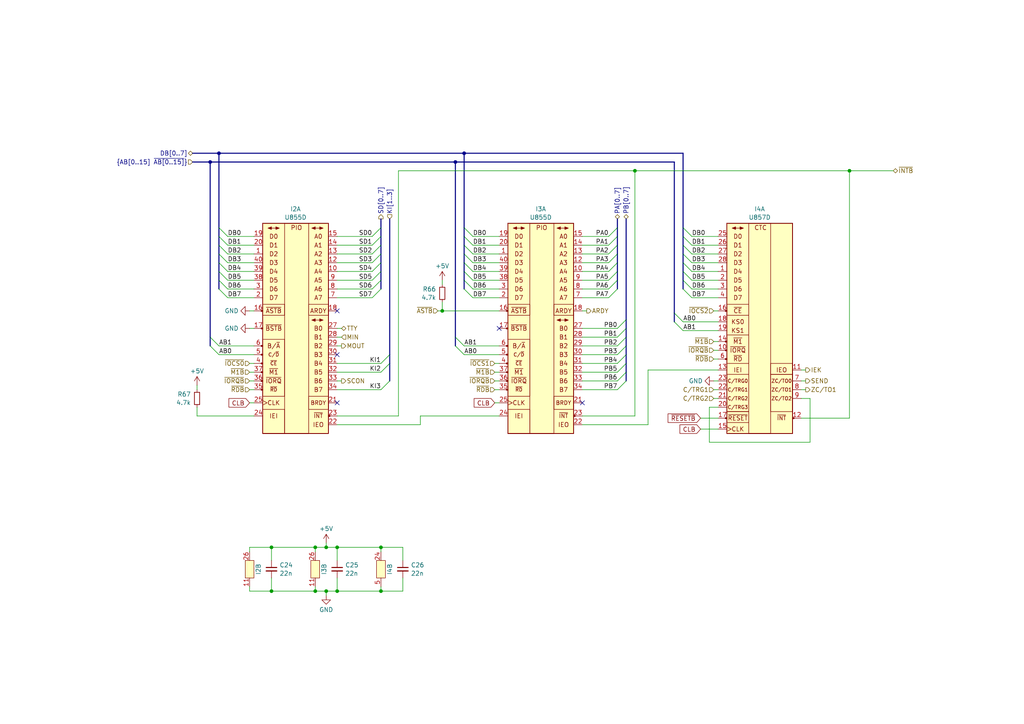
<source format=kicad_sch>
(kicad_sch (version 20230121) (generator eeschema)
  (paper "A4")
  (title_block (title "Ein-/Ausgabe (PIO, CTC)"))
  (lib_symbols
    (symbol "Device:C_Small" (pin_numbers hide) (pin_names (offset 0.254) hide)
      (property "Reference" "C" (at 0.254 1.778 0))
      (property "Value" "C_Small" (at 0.254 -2.032 0))
      (symbol "C_Small_0_1"
        (polyline (pts (xy -1.524 -0.508) (xy 1.524 -0.508)) (stroke (width 0.3302)))
        (polyline (pts (xy -1.524 0.508) (xy 1.524 0.508)) (stroke (width 0.3048)))
      )
      (symbol "C_Small_1_1"
        (pin passive line (at 0 2.54 270) (length 2.032) (name "~") (number "1"))
        (pin passive line (at 0 -2.54 90) (length 2.032) (name "~") (number "2"))
      )
    )
    (symbol "Device:R_Small" (pin_numbers hide) (pin_names (offset 0.254) hide)
      (property "Reference" "R" (at 0.762 0.508 0))
      (property "Value" "R_Small" (at 0.762 -1.016 0))
      (symbol "R_Small_0_1"
        (rectangle (start -0.762 1.778) (end 0.762 -1.778) (stroke (width 0.2032)))
      )
      (symbol "R_Small_1_1"
        (pin passive line (at 0 2.54 270) (length 0.762) (name "~") (number "1"))
        (pin passive line (at 0 -2.54 90) (length 0.762) (name "~") (number "2"))
      )
    )
    (symbol "RFT_Digitalschaltkreise:U855D" (pin_names (offset 1.016) hide)
      (property "Reference" "U" (at 0 31.75 0))
      (property "Value" "U855D" (at 0 -31.75 0))
      (symbol "U855D_1_1"
        (circle (center -9.1948 -17.78) (radius 0.2032) (fill (type outline)))
        (circle (center -9.1948 -15.24) (radius 0.2032) (fill (type outline)))
        (circle (center -9.1948 -12.7) (radius 0.2032) (fill (type outline)))
        (circle (center -9.1948 -10.16) (radius 0.2032) (fill (type outline)))
        (circle (center -9.1948 -7.62) (radius 0.2032) (fill (type outline)))
        (circle (center -9.1948 -5.08) (radius 0.2032) (fill (type outline)))
        (circle (center -9.1948 0) (radius 0.2032) (fill (type outline)))
        (circle (center -9.1948 5.08) (radius 0.2032) (fill (type outline)))
        (rectangle (start -8.89 -23.495) (end -2.54 -30.48))
        (rectangle (start -8.89 -3.175) (end -2.54 -19.685))
        (rectangle (start -8.89 6.985) (end -2.54 3.81))
        (rectangle (start -8.89 30.48) (end 10.16 -30.48) (stroke (width 0.254)) (fill (type background)))
        (polyline (pts (xy -6.35 29.083) (xy -5.08 29.083)))
        (polyline (pts (xy 6.35 2.413) (xy 7.62 2.413)))
        (polyline (pts (xy 6.35 29.083) (xy 7.62 29.083)))
        (polyline (pts (xy -6.35 29.464) (xy -7.366 29.083) (xy -6.35 28.702) (xy -6.35 29.464)) (fill (type outline)))
        (polyline (pts (xy -5.08 29.464) (xy -4.064 29.083) (xy -5.08 28.702) (xy -5.08 29.464)) (fill (type outline)))
        (polyline (pts (xy 6.35 2.794) (xy 5.334 2.413) (xy 6.35 2.032) (xy 6.35 2.794)) (fill (type outline)))
        (polyline (pts (xy 6.35 29.464) (xy 5.334 29.083) (xy 6.35 28.702) (xy 6.35 29.464)) (fill (type outline)))
        (polyline (pts (xy 7.62 2.794) (xy 8.636 2.413) (xy 7.62 2.032) (xy 7.62 2.794)) (fill (type outline)))
        (polyline (pts (xy 7.62 29.464) (xy 8.636 29.083) (xy 7.62 28.702) (xy 7.62 29.464)) (fill (type outline)))
        (rectangle (start 4.445 -19.685) (end 10.16 -23.495))
        (rectangle (start 4.445 6.985) (end 10.16 3.81))
        (rectangle (start 4.445 30.48) (end -2.54 -30.48))
        (circle (center 10.4648 -25.4) (radius 0.2032) (fill (type outline)))
        (text "A0" (at 7.239 26.67 0) (effects (font (size 1.27 1.27))))
        (text "A1" (at 7.239 24.13 0) (effects (font (size 1.27 1.27))))
        (text "A2" (at 7.239 21.59 0) (effects (font (size 1.27 1.27))))
        (text "A3" (at 7.239 19.05 0) (effects (font (size 1.27 1.27))))
        (text "A4" (at 7.239 16.51 0) (effects (font (size 1.27 1.27))))
        (text "A5" (at 7.239 13.97 0) (effects (font (size 1.27 1.27))))
        (text "A6" (at 7.239 11.43 0) (effects (font (size 1.27 1.27))))
        (text "A7" (at 7.239 8.89 0) (effects (font (size 1.27 1.27))))
        (text "ARDY" (at 7.239 5.08 0) (effects (font (size 1.27 1.27))))
        (text "B/~{A}" (at -5.715 -5.08 0) (effects (font (size 1.27 1.27))))
        (text "B0" (at 7.239 0 0) (effects (font (size 1.27 1.27))))
        (text "B1" (at 7.239 -2.54 0) (effects (font (size 1.27 1.27))))
        (text "B2" (at 7.239 -5.08 0) (effects (font (size 1.27 1.27))))
        (text "B3" (at 7.239 -7.62 0) (effects (font (size 1.27 1.27))))
        (text "B4" (at 7.239 -10.16 0) (effects (font (size 1.27 1.27))))
        (text "B5" (at 7.239 -12.7 0) (effects (font (size 1.27 1.27))))
        (text "B6" (at 7.239 -15.24 0) (effects (font (size 1.27 1.27))))
        (text "B7" (at 7.239 -17.78 0) (effects (font (size 1.27 1.27))))
        (text "BRDY" (at 7.239 -21.59 0) (effects (font (size 1.143 1.143))))
        (text "C/~{D}" (at -5.715 -7.62 0) (effects (font (size 1.016 1.016))))
        (text "CLK" (at -5.715 -21.59 0) (effects (font (size 1.27 1.27))))
        (text "D0" (at -5.715 26.67 0) (effects (font (size 1.27 1.27))))
        (text "D1" (at -5.715 24.13 0) (effects (font (size 1.27 1.27))))
        (text "D2" (at -5.715 21.59 0) (effects (font (size 1.27 1.27))))
        (text "D3" (at -5.715 19.05 0) (effects (font (size 1.27 1.27))))
        (text "D4" (at -5.715 16.51 0) (effects (font (size 1.27 1.27))))
        (text "D5" (at -5.715 13.97 0) (effects (font (size 1.27 1.27))))
        (text "D6" (at -5.715 11.43 0) (effects (font (size 1.27 1.27))))
        (text "D7" (at -5.715 8.89 0) (effects (font (size 1.27 1.27))))
        (text "IEI" (at -5.715 -25.4 0) (effects (font (size 1.27 1.27))))
        (text "IEO" (at 7.239 -27.94 0) (effects (font (size 1.27 1.27))))
        (text "PIO" (at 0.889 29.21 0) (effects (font (size 1.27 1.27))))
        (text "~{ASTB}" (at -5.715 5.08 0) (effects (font (size 1.27 1.27))))
        (text "~{BSTB}" (at -5.715 0 0) (effects (font (size 1.27 1.27))))
        (text "~{CE}" (at -5.715 -10.16 0) (effects (font (size 1.016 1.016))))
        (text "~{INT}" (at 7.239 -25.4 0) (effects (font (size 1.143 1.143))))
        (text "~{IORQ}" (at -5.715 -15.24 0) (effects (font (size 1.27 1.27))))
        (text "~{M1}" (at -5.715 -12.7 0) (effects (font (size 1.27 1.27))))
        (text "~{RD}" (at -5.715 -17.78 0) (effects (font (size 1.016 1.016))))
        (pin bidirectional line (at -11.43 21.59 0) (length 2.54) (name "D2") (number "1"))
        (pin bidirectional line (at 12.7 16.51 180) (length 2.54) (name "A4") (number "10"))
        (pin bidirectional line (at 12.7 19.05 180) (length 2.54) (name "A3") (number "12"))
        (pin bidirectional line (at 12.7 21.59 180) (length 2.54) (name "A2") (number "13"))
        (pin bidirectional line (at 12.7 24.13 180) (length 2.54) (name "A1") (number "14"))
        (pin bidirectional line (at 12.7 26.67 180) (length 2.54) (name "A0") (number "15"))
        (pin input line (at -11.43 5.08 0) (length 2.54) (name "~{ASTB}") (number "16"))
        (pin input line (at -11.43 0 0) (length 2.54) (name "~{BSTB}") (number "17"))
        (pin output line (at 12.7 5.08 180) (length 2.54) (name "ARDY") (number "18"))
        (pin bidirectional line (at -11.43 26.67 0) (length 2.54) (name "D0") (number "19"))
        (pin bidirectional line (at -11.43 8.89 0) (length 2.54) (name "D7") (number "2"))
        (pin bidirectional line (at -11.43 24.13 0) (length 2.54) (name "D1") (number "20"))
        (pin output line (at 12.7 -21.59 180) (length 2.54) (name "BRDY") (number "21"))
        (pin output line (at 12.7 -27.94 180) (length 2.54) (name "IEO") (number "22"))
        (pin open_collector line (at 12.7 -25.4 180) (length 2.54) (name "~{INT}") (number "23"))
        (pin input line (at -11.43 -25.4 0) (length 2.54) (name "IEI") (number "24"))
        (pin input clock (at -11.43 -21.59 0) (length 2.54) (name "CLK") (number "25"))
        (pin bidirectional line (at 12.7 0 180) (length 2.54) (name "B0") (number "27"))
        (pin bidirectional line (at 12.7 -2.54 180) (length 2.54) (name "B1") (number "28"))
        (pin bidirectional line (at 12.7 -5.08 180) (length 2.54) (name "B2") (number "29"))
        (pin bidirectional line (at -11.43 11.43 0) (length 2.54) (name "D6") (number "3"))
        (pin bidirectional line (at 12.7 -7.62 180) (length 2.54) (name "B3") (number "30"))
        (pin bidirectional line (at 12.7 -10.16 180) (length 2.54) (name "B4") (number "31"))
        (pin bidirectional line (at 12.7 -12.7 180) (length 2.54) (name "B5") (number "32"))
        (pin bidirectional line (at 12.7 -15.24 180) (length 2.54) (name "B6") (number "33"))
        (pin bidirectional line (at 12.7 -17.78 180) (length 2.54) (name "B7") (number "34"))
        (pin input line (at -11.43 -17.78 0) (length 2.54) (name "~{RD}") (number "35"))
        (pin input line (at -11.43 -15.24 0) (length 2.54) (name "~{IORQ}") (number "36"))
        (pin input line (at -11.43 -12.7 0) (length 2.54) (name "~{M1}") (number "37"))
        (pin bidirectional line (at -11.43 13.97 0) (length 2.54) (name "D5") (number "38"))
        (pin bidirectional line (at -11.43 16.51 0) (length 2.54) (name "D4") (number "39"))
        (pin input line (at -11.43 -10.16 0) (length 2.54) (name "~{CE}") (number "4"))
        (pin bidirectional line (at -11.43 19.05 0) (length 2.54) (name "D3") (number "40"))
        (pin input line (at -11.43 -7.62 0) (length 2.54) (name "C/~{D}") (number "5"))
        (pin input line (at -11.43 -5.08 0) (length 2.54) (name "B/~{A}") (number "6"))
        (pin bidirectional line (at 12.7 8.89 180) (length 2.54) (name "A7") (number "7"))
        (pin bidirectional line (at 12.7 11.43 180) (length 2.54) (name "A6") (number "8"))
        (pin bidirectional line (at 12.7 13.97 180) (length 2.54) (name "A5") (number "9"))
      )
      (symbol "U855D_2_1"
        (rectangle (start -1.27 2.54) (end 1.27 -2.54) (fill (type background)))
        (pin power_in line (at 0 -5.08 90) (length 2.54) (name "GND") (number "11"))
        (pin power_in line (at 0 5.08 270) (length 2.54) (name "Vcc") (number "26"))
      )
    )
    (symbol "RFT_Digitalschaltkreise:U857D" (pin_names (offset 1.016) hide)
      (property "Reference" "U" (at 0 31.75 0))
      (property "Value" "U857D" (at 0 -31.75 0))
      (symbol "U857D_1_1"
        (circle (center -9.1948 -26.035) (radius 0.2032) (fill (type outline)))
        (circle (center -9.1948 -8.89) (radius 0.2032) (fill (type outline)))
        (circle (center -9.1948 -6.35) (radius 0.2032) (fill (type outline)))
        (circle (center -9.1948 -3.81) (radius 0.2032) (fill (type outline)))
        (circle (center -9.1948 5.08) (radius 0.2032) (fill (type outline)))
        (rectangle (start -8.89 -24.13) (end -2.54 -27.305))
        (rectangle (start -8.89 -13.335) (end -2.54 -24.13))
        (rectangle (start -8.89 -1.905) (end -2.54 -10.16))
        (rectangle (start -8.89 6.985) (end -2.54 3.81))
        (rectangle (start -8.89 30.48) (end 10.16 -30.48) (stroke (width 0.254)) (fill (type background)))
        (rectangle (start -2.54 30.48) (end 3.81 -30.48))
        (polyline (pts (xy -6.35 29.083) (xy -5.08 29.083)))
        (polyline (pts (xy -6.35 29.464) (xy -7.366 29.083) (xy -6.35 28.702) (xy -6.35 29.464)) (fill (type outline)))
        (polyline (pts (xy -5.08 29.464) (xy -4.064 29.083) (xy -5.08 28.702) (xy -5.08 29.464)) (fill (type outline)))
        (rectangle (start 3.81 -13.335) (end 10.16 -24.13))
        (rectangle (start 3.81 -10.16) (end 10.16 -13.335))
        (circle (center 10.4648 -26.035) (radius 0.2032) (fill (type outline)))
        (text "C/TRG0" (at -5.715 -15.24 0) (effects (font (size 1.016 1.016))))
        (text "C/TRG1" (at -5.715 -17.78 0) (effects (font (size 1.016 1.016))))
        (text "C/TRG2" (at -5.715 -20.32 0) (effects (font (size 1.016 1.016))))
        (text "C/TRG3" (at -5.715 -22.86 0) (effects (font (size 1.016 1.016))))
        (text "CLK" (at -5.715 -29.21 0) (effects (font (size 1.27 1.27))))
        (text "CTC" (at 0.889 29.21 0) (effects (font (size 1.27 1.27))))
        (text "D0" (at -5.715 26.67 0) (effects (font (size 1.27 1.27))))
        (text "D1" (at -5.715 24.13 0) (effects (font (size 1.27 1.27))))
        (text "D2" (at -5.715 21.59 0) (effects (font (size 1.27 1.27))))
        (text "D3" (at -5.715 19.05 0) (effects (font (size 1.27 1.27))))
        (text "D4" (at -5.715 16.51 0) (effects (font (size 1.27 1.27))))
        (text "D5" (at -5.715 13.97 0) (effects (font (size 1.27 1.27))))
        (text "D6" (at -5.715 11.43 0) (effects (font (size 1.27 1.27))))
        (text "D7" (at -5.715 8.89 0) (effects (font (size 1.27 1.27))))
        (text "IEI" (at -5.715 -12.065 0) (effects (font (size 1.27 1.27))))
        (text "IEO" (at 6.985 -12.065 0) (effects (font (size 1.27 1.27))))
        (text "KS0" (at -5.715 1.905 0) (effects (font (size 1.27 1.27))))
        (text "KS1" (at -5.715 -0.635 0) (effects (font (size 1.27 1.27))))
        (text "ZC/TO0" (at 6.985 -15.24 0) (effects (font (size 1.016 1.016))))
        (text "ZC/TO1" (at 6.985 -17.78 0) (effects (font (size 1.016 1.016))))
        (text "ZC/TO2" (at 6.985 -20.32 0) (effects (font (size 1.016 1.016))))
        (text "~{CE}" (at -5.715 5.08 0) (effects (font (size 1.27 1.27))))
        (text "~{INT}" (at 6.985 -26.035 0) (effects (font (size 1.143 1.143))))
        (text "~{IORQ}" (at -5.715 -6.35 0) (effects (font (size 1.27 1.27))))
        (text "~{M1}" (at -5.715 -3.81 0) (effects (font (size 1.27 1.27))))
        (text "~{RD}" (at -5.715 -8.89 0) (effects (font (size 1.27 1.27))))
        (text "~{RESET}" (at -5.715 -26.035 0) (effects (font (size 1.27 1.27))))
        (pin bidirectional line (at -11.43 16.51 0) (length 2.54) (name "D4") (number "1"))
        (pin input line (at -11.43 -6.35 0) (length 2.54) (name "~{CE}") (number "10"))
        (pin output line (at 12.7 -12.065 180) (length 2.54) (name "IEO") (number "11"))
        (pin open_collector line (at 12.7 -26.035 180) (length 2.54) (name "~{INT}") (number "12"))
        (pin input line (at -11.43 -12.065 0) (length 2.54) (name "IEI") (number "13"))
        (pin input line (at -11.43 -3.81 0) (length 2.54) (name "C/~{D}") (number "14"))
        (pin input clock (at -11.43 -29.21 0) (length 2.54) (name "CLK") (number "15"))
        (pin input line (at -11.43 5.08 0) (length 2.54) (name "~{ASTB}") (number "16"))
        (pin input line (at -11.43 -26.035 0) (length 2.54) (name "IEI") (number "17"))
        (pin input line (at -11.43 1.905 0) (length 2.54) (name "~{BSTB}") (number "18"))
        (pin input line (at -11.43 -0.635 0) (length 2.54) (name "B/~{A}") (number "19"))
        (pin bidirectional line (at -11.43 13.97 0) (length 2.54) (name "D5") (number "2"))
        (pin input line (at -11.43 -22.86 0) (length 2.54) (name "~{RD}") (number "20"))
        (pin input line (at -11.43 -20.32 0) (length 2.54) (name "~{IORQ}") (number "21"))
        (pin input line (at -11.43 -17.78 0) (length 2.54) (name "~{RD}") (number "22"))
        (pin input line (at -11.43 -15.24 0) (length 2.54) (name "~{IORQ}") (number "23"))
        (pin bidirectional line (at -11.43 26.67 0) (length 2.54) (name "D0") (number "25"))
        (pin bidirectional line (at -11.43 24.13 0) (length 2.54) (name "D1") (number "26"))
        (pin bidirectional line (at -11.43 21.59 0) (length 2.54) (name "D2") (number "27"))
        (pin bidirectional line (at -11.43 19.05 0) (length 2.54) (name "D3") (number "28"))
        (pin bidirectional line (at -11.43 11.43 0) (length 2.54) (name "D6") (number "3"))
        (pin bidirectional line (at -11.43 8.89 0) (length 2.54) (name "D7") (number "4"))
        (pin input line (at -11.43 -8.89 0) (length 2.54) (name "~{M1}") (number "6"))
        (pin output line (at 12.7 -15.24 180) (length 2.54) (name "B4") (number "7"))
        (pin output line (at 12.7 -17.78 180) (length 2.54) (name "B5") (number "8"))
        (pin output line (at 12.7 -20.32 180) (length 2.54) (name "B6") (number "9"))
      )
      (symbol "U857D_2_1"
        (rectangle (start -1.27 2.54) (end 1.27 -2.54) (fill (type background)))
        (pin power_in line (at 0 5.08 270) (length 2.54) (name "Vcc") (number "24"))
        (pin power_in line (at 0 -5.08 90) (length 2.54) (name "GND") (number "5"))
      )
    )
    (symbol "power:+5V" (power) (pin_names (offset 0))
      (property "Value" "+5V" (at 0 3.556 0))
      (symbol "+5V_0_1"
        (polyline (pts (xy -0.762 1.27) (xy 0 2.54)))
        (polyline (pts (xy 0 0) (xy 0 2.54)))
        (polyline (pts (xy 0 2.54) (xy 0.762 1.27)))
      )
      (symbol "+5V_1_1"
        (pin power_in line (at 0 0 90) (length 0) hide (name "+5V") (number "1"))
      )
    )
    (symbol "power:GND" (power) (pin_names (offset 0))
      (property "Value" "GND" (at 0 -3.81 0))
      (symbol "GND_0_1"
        (polyline (pts (xy 0 0) (xy 0 -1.27) (xy 1.27 -1.27) (xy 0 -2.54) (xy -1.27 -1.27) (xy 0 -1.27)))
      )
      (symbol "GND_1_1"
        (pin power_in line (at 0 0 270) (length 0) hide (name "GND") (number "1"))
      )
    )
  )
  (junction (at 97.79 171.45))
  (junction (at 94.615 171.45))
  (junction (at 63.5 44.45))
  (junction (at 91.44 158.75))
  (junction (at 134.62 44.45))
  (junction (at 246.38 49.53))
  (junction (at 78.74 171.45))
  (junction (at 91.44 171.45))
  (junction (at 184.15 49.53))
  (junction (at 132.08 46.99))
  (junction (at 110.49 158.75))
  (junction (at 78.74 158.75))
  (junction (at 128.27 90.17))
  (junction (at 60.96 46.99))
  (junction (at 94.615 158.75))
  (junction (at 97.79 158.75))
  (junction (at 110.49 171.45))
  (no_connect (at 97.79 90.17))
  (no_connect (at 97.79 102.87))
  (no_connect (at 168.91 116.84))
  (no_connect (at 144.78 95.25))
  (no_connect (at 97.79 116.84))
  (bus_entry (at 179.07 71.12) (size -2.54 2.54))
  (bus_entry (at 195.58 93.345) (size 2.54 2.54))
  (bus_entry (at 198.12 78.74) (size 2.54 2.54))
  (bus_entry (at 134.62 71.12) (size 2.54 2.54))
  (bus_entry (at 63.5 71.12) (size 2.54 2.54))
  (bus_entry (at 110.49 83.82) (size -2.54 2.54))
  (bus_entry (at 63.5 73.66) (size 2.54 2.54))
  (bus_entry (at 181.61 110.49) (size -2.54 2.54))
  (bus_entry (at 198.12 81.28) (size 2.54 2.54))
  (bus_entry (at 60.96 97.79) (size 2.54 2.54))
  (bus_entry (at 110.49 78.74) (size -2.54 2.54))
  (bus_entry (at 195.58 90.805) (size 2.54 2.54))
  (bus_entry (at 179.07 66.04) (size -2.54 2.54))
  (bus_entry (at 181.61 92.71) (size -2.54 2.54))
  (bus_entry (at 110.49 76.2) (size -2.54 2.54))
  (bus_entry (at 179.07 78.74) (size -2.54 2.54))
  (bus_entry (at 110.49 68.58) (size -2.54 2.54))
  (bus_entry (at 181.61 95.25) (size -2.54 2.54))
  (bus_entry (at 63.5 76.2) (size 2.54 2.54))
  (bus_entry (at 113.03 102.87) (size -2.54 2.54))
  (bus_entry (at 113.03 110.49) (size -2.54 2.54))
  (bus_entry (at 60.96 100.33) (size 2.54 2.54))
  (bus_entry (at 63.5 68.58) (size 2.54 2.54))
  (bus_entry (at 132.08 100.33) (size 2.54 2.54))
  (bus_entry (at 181.61 105.41) (size -2.54 2.54))
  (bus_entry (at 110.49 81.28) (size -2.54 2.54))
  (bus_entry (at 198.12 76.2) (size 2.54 2.54))
  (bus_entry (at 179.07 83.82) (size -2.54 2.54))
  (bus_entry (at 198.12 68.58) (size 2.54 2.54))
  (bus_entry (at 198.12 66.04) (size 2.54 2.54))
  (bus_entry (at 63.5 81.28) (size 2.54 2.54))
  (bus_entry (at 134.62 68.58) (size 2.54 2.54))
  (bus_entry (at 198.12 73.66) (size 2.54 2.54))
  (bus_entry (at 134.62 81.28) (size 2.54 2.54))
  (bus_entry (at 198.12 71.12) (size 2.54 2.54))
  (bus_entry (at 132.08 97.79) (size 2.54 2.54))
  (bus_entry (at 63.5 78.74) (size 2.54 2.54))
  (bus_entry (at 110.49 66.04) (size -2.54 2.54))
  (bus_entry (at 63.5 83.82) (size 2.54 2.54))
  (bus_entry (at 181.61 100.33) (size -2.54 2.54))
  (bus_entry (at 134.62 78.74) (size 2.54 2.54))
  (bus_entry (at 181.61 97.79) (size -2.54 2.54))
  (bus_entry (at 134.62 73.66) (size 2.54 2.54))
  (bus_entry (at 181.61 102.87) (size -2.54 2.54))
  (bus_entry (at 110.49 73.66) (size -2.54 2.54))
  (bus_entry (at 110.49 71.12) (size -2.54 2.54))
  (bus_entry (at 134.62 66.04) (size 2.54 2.54))
  (bus_entry (at 113.03 105.41) (size -2.54 2.54))
  (bus_entry (at 179.07 76.2) (size -2.54 2.54))
  (bus_entry (at 134.62 76.2) (size 2.54 2.54))
  (bus_entry (at 179.07 73.66) (size -2.54 2.54))
  (bus_entry (at 198.12 83.82) (size 2.54 2.54))
  (bus_entry (at 181.61 107.95) (size -2.54 2.54))
  (bus_entry (at 179.07 81.28) (size -2.54 2.54))
  (bus_entry (at 179.07 68.58) (size -2.54 2.54))
  (bus_entry (at 63.5 66.04) (size 2.54 2.54))
  (bus_entry (at 134.62 83.82) (size 2.54 2.54))
  (wire (pts (xy 168.91 107.95) (xy 179.07 107.95)))
  (bus (pts (xy 60.96 97.79) (xy 60.96 100.33)))
  (wire (pts (xy 97.79 78.74) (xy 107.95 78.74)))
  (wire (pts (xy 168.91 68.58) (xy 176.53 68.58)))
  (wire (pts (xy 97.79 105.41) (xy 110.49 105.41)))
  (bus (pts (xy 179.07 83.82) (xy 179.07 81.28)))
  (wire (pts (xy 97.79 81.28) (xy 107.95 81.28)))
  (wire (pts (xy 232.41 113.03) (xy 233.68 113.03)))
  (wire (pts (xy 97.79 158.75) (xy 110.49 158.75)))
  (wire (pts (xy 72.39 107.95) (xy 73.66 107.95)))
  (wire (pts (xy 115.57 120.65) (xy 115.57 49.53)))
  (wire (pts (xy 97.79 76.2) (xy 107.95 76.2)))
  (wire (pts (xy 110.49 171.45) (xy 116.84 171.45)))
  (wire (pts (xy 57.15 120.65) (xy 57.15 118.11)))
  (bus (pts (xy 55.88 44.45) (xy 63.5 44.45)))
  (wire (pts (xy 97.79 100.33) (xy 99.06 100.33)))
  (wire (pts (xy 128.27 90.17) (xy 144.78 90.17)))
  (wire (pts (xy 200.66 83.82) (xy 208.28 83.82)))
  (wire (pts (xy 57.15 111.76) (xy 57.15 113.03)))
  (bus (pts (xy 110.49 81.28) (xy 110.49 78.74)))
  (wire (pts (xy 66.04 73.66) (xy 73.66 73.66)))
  (bus (pts (xy 110.49 68.58) (xy 110.49 66.04)))
  (wire (pts (xy 200.66 76.2) (xy 208.28 76.2)))
  (wire (pts (xy 97.79 71.12) (xy 107.95 71.12)))
  (wire (pts (xy 187.96 123.19) (xy 168.91 123.19)))
  (wire (pts (xy 168.91 95.25) (xy 179.07 95.25)))
  (wire (pts (xy 207.01 104.14) (xy 208.28 104.14)))
  (wire (pts (xy 207.01 115.57) (xy 208.28 115.57)))
  (wire (pts (xy 94.615 157.48) (xy 94.615 158.75)))
  (wire (pts (xy 72.39 105.41) (xy 73.66 105.41)))
  (bus (pts (xy 181.61 102.87) (xy 181.61 100.33)))
  (wire (pts (xy 72.39 158.75) (xy 78.74 158.75)))
  (bus (pts (xy 179.07 73.66) (xy 179.07 71.12)))
  (bus (pts (xy 60.96 46.99) (xy 60.96 97.79)))
  (wire (pts (xy 97.79 97.79) (xy 99.06 97.79)))
  (wire (pts (xy 97.79 171.45) (xy 110.49 171.45)))
  (wire (pts (xy 97.79 120.65) (xy 115.57 120.65)))
  (wire (pts (xy 97.79 86.36) (xy 107.95 86.36)))
  (wire (pts (xy 66.04 76.2) (xy 73.66 76.2)))
  (bus (pts (xy 110.49 71.12) (xy 110.49 68.58)))
  (wire (pts (xy 72.39 170.18) (xy 72.39 171.45)))
  (wire (pts (xy 97.79 107.95) (xy 110.49 107.95)))
  (bus (pts (xy 181.61 110.49) (xy 181.61 107.95)))
  (bus (pts (xy 63.5 81.28) (xy 63.5 83.82)))
  (wire (pts (xy 137.16 78.74) (xy 144.78 78.74)))
  (wire (pts (xy 66.04 78.74) (xy 73.66 78.74)))
  (bus (pts (xy 132.08 97.79) (xy 132.08 100.33)))
  (bus (pts (xy 110.49 66.04) (xy 110.49 63.5)))
  (wire (pts (xy 137.16 81.28) (xy 144.78 81.28)))
  (bus (pts (xy 198.12 66.04) (xy 198.12 68.58)))
  (wire (pts (xy 110.49 158.75) (xy 116.84 158.75)))
  (wire (pts (xy 97.79 123.19) (xy 121.92 123.19)))
  (wire (pts (xy 207.01 110.49) (xy 208.28 110.49)))
  (wire (pts (xy 200.66 73.66) (xy 208.28 73.66)))
  (wire (pts (xy 168.91 110.49) (xy 179.07 110.49)))
  (bus (pts (xy 110.49 73.66) (xy 110.49 71.12)))
  (bus (pts (xy 179.07 76.2) (xy 179.07 73.66)))
  (wire (pts (xy 137.16 73.66) (xy 144.78 73.66)))
  (wire (pts (xy 168.91 113.03) (xy 179.07 113.03)))
  (bus (pts (xy 181.61 92.71) (xy 181.61 63.5)))
  (wire (pts (xy 143.51 110.49) (xy 144.78 110.49)))
  (wire (pts (xy 72.39 95.25) (xy 73.66 95.25)))
  (bus (pts (xy 134.62 76.2) (xy 134.62 78.74)))
  (bus (pts (xy 63.5 44.45) (xy 134.62 44.45)))
  (bus (pts (xy 181.61 95.25) (xy 181.61 92.71)))
  (wire (pts (xy 72.39 116.84) (xy 73.66 116.84)))
  (bus (pts (xy 132.08 46.99) (xy 195.58 46.99)))
  (wire (pts (xy 184.15 120.65) (xy 184.15 49.53)))
  (wire (pts (xy 91.44 170.18) (xy 91.44 171.45)))
  (bus (pts (xy 198.12 68.58) (xy 198.12 71.12)))
  (wire (pts (xy 143.51 113.03) (xy 144.78 113.03)))
  (wire (pts (xy 143.51 116.84) (xy 144.78 116.84)))
  (wire (pts (xy 137.16 76.2) (xy 144.78 76.2)))
  (bus (pts (xy 63.5 78.74) (xy 63.5 81.28)))
  (wire (pts (xy 205.74 128.27) (xy 205.74 118.11)))
  (wire (pts (xy 207.01 101.6) (xy 208.28 101.6)))
  (wire (pts (xy 137.16 71.12) (xy 144.78 71.12)))
  (wire (pts (xy 187.96 107.315) (xy 208.28 107.315)))
  (wire (pts (xy 72.39 160.02) (xy 72.39 158.75)))
  (wire (pts (xy 200.66 78.74) (xy 208.28 78.74)))
  (wire (pts (xy 168.91 105.41) (xy 179.07 105.41)))
  (wire (pts (xy 97.79 95.25) (xy 99.06 95.25)))
  (wire (pts (xy 200.66 71.12) (xy 208.28 71.12)))
  (bus (pts (xy 55.88 46.99) (xy 60.96 46.99)))
  (wire (pts (xy 246.38 121.285) (xy 246.38 49.53)))
  (wire (pts (xy 184.15 49.53) (xy 246.38 49.53)))
  (wire (pts (xy 78.74 171.45) (xy 91.44 171.45)))
  (bus (pts (xy 63.5 71.12) (xy 63.5 73.66)))
  (bus (pts (xy 134.62 73.66) (xy 134.62 76.2)))
  (bus (pts (xy 63.5 73.66) (xy 63.5 76.2)))
  (bus (pts (xy 63.5 66.04) (xy 63.5 68.58)))
  (wire (pts (xy 127 90.17) (xy 128.27 90.17)))
  (wire (pts (xy 66.04 68.58) (xy 73.66 68.58)))
  (bus (pts (xy 134.62 44.45) (xy 198.12 44.45)))
  (bus (pts (xy 181.61 97.79) (xy 181.61 95.25)))
  (wire (pts (xy 66.04 71.12) (xy 73.66 71.12)))
  (wire (pts (xy 66.04 81.28) (xy 73.66 81.28)))
  (wire (pts (xy 168.91 73.66) (xy 176.53 73.66)))
  (wire (pts (xy 99.06 110.49) (xy 97.79 110.49)))
  (wire (pts (xy 116.84 158.75) (xy 116.84 162.56)))
  (wire (pts (xy 200.66 81.28) (xy 208.28 81.28)))
  (wire (pts (xy 203.2 121.285) (xy 208.28 121.285)))
  (wire (pts (xy 246.38 49.53) (xy 259.08 49.53)))
  (wire (pts (xy 66.04 83.82) (xy 73.66 83.82)))
  (wire (pts (xy 234.95 115.57) (xy 234.95 128.27)))
  (wire (pts (xy 143.51 107.95) (xy 144.78 107.95)))
  (wire (pts (xy 97.79 167.64) (xy 97.79 171.45)))
  (wire (pts (xy 207.01 99.06) (xy 208.28 99.06)))
  (wire (pts (xy 168.91 102.87) (xy 179.07 102.87)))
  (wire (pts (xy 128.27 81.28) (xy 128.27 82.55)))
  (wire (pts (xy 134.62 100.33) (xy 144.78 100.33)))
  (wire (pts (xy 97.79 73.66) (xy 107.95 73.66)))
  (wire (pts (xy 121.92 120.65) (xy 144.78 120.65)))
  (wire (pts (xy 73.66 120.65) (xy 57.15 120.65)))
  (wire (pts (xy 121.92 123.19) (xy 121.92 120.65)))
  (bus (pts (xy 198.12 71.12) (xy 198.12 73.66)))
  (wire (pts (xy 203.2 124.46) (xy 208.28 124.46)))
  (wire (pts (xy 168.91 86.36) (xy 176.53 86.36)))
  (bus (pts (xy 110.49 76.2) (xy 110.49 73.66)))
  (bus (pts (xy 63.5 68.58) (xy 63.5 71.12)))
  (wire (pts (xy 168.91 71.12) (xy 176.53 71.12)))
  (wire (pts (xy 234.95 128.27) (xy 205.74 128.27)))
  (wire (pts (xy 110.49 170.18) (xy 110.49 171.45)))
  (wire (pts (xy 134.62 102.87) (xy 144.78 102.87)))
  (bus (pts (xy 110.49 83.82) (xy 110.49 81.28)))
  (wire (pts (xy 78.74 167.64) (xy 78.74 171.45)))
  (wire (pts (xy 63.5 102.87) (xy 73.66 102.87)))
  (wire (pts (xy 97.79 158.75) (xy 97.79 162.56)))
  (wire (pts (xy 198.12 93.345) (xy 208.28 93.345)))
  (wire (pts (xy 78.74 158.75) (xy 91.44 158.75)))
  (bus (pts (xy 134.62 81.28) (xy 134.62 83.82)))
  (bus (pts (xy 134.62 44.45) (xy 134.62 66.04)))
  (wire (pts (xy 232.41 115.57) (xy 234.95 115.57)))
  (bus (pts (xy 198.12 78.74) (xy 198.12 81.28)))
  (bus (pts (xy 113.03 63.5) (xy 113.03 102.87)))
  (wire (pts (xy 207.01 113.03) (xy 208.28 113.03)))
  (bus (pts (xy 113.03 102.87) (xy 113.03 105.41)))
  (wire (pts (xy 72.39 110.49) (xy 73.66 110.49)))
  (wire (pts (xy 91.44 158.75) (xy 91.44 160.02)))
  (wire (pts (xy 168.91 120.65) (xy 184.15 120.65)))
  (wire (pts (xy 94.615 171.45) (xy 97.79 171.45)))
  (bus (pts (xy 198.12 81.28) (xy 198.12 83.82)))
  (bus (pts (xy 181.61 105.41) (xy 181.61 102.87)))
  (wire (pts (xy 110.49 158.75) (xy 110.49 160.02)))
  (wire (pts (xy 232.41 110.49) (xy 233.68 110.49)))
  (bus (pts (xy 195.58 90.805) (xy 195.58 93.345)))
  (wire (pts (xy 168.91 90.17) (xy 170.18 90.17)))
  (wire (pts (xy 91.44 158.75) (xy 94.615 158.75)))
  (wire (pts (xy 72.39 113.03) (xy 73.66 113.03)))
  (wire (pts (xy 97.79 68.58) (xy 107.95 68.58)))
  (wire (pts (xy 78.74 158.75) (xy 78.74 162.56)))
  (bus (pts (xy 63.5 76.2) (xy 63.5 78.74)))
  (wire (pts (xy 137.16 68.58) (xy 144.78 68.58)))
  (wire (pts (xy 168.91 78.74) (xy 176.53 78.74)))
  (wire (pts (xy 207.01 90.17) (xy 208.28 90.17)))
  (wire (pts (xy 232.41 121.285) (xy 246.38 121.285)))
  (bus (pts (xy 110.49 78.74) (xy 110.49 76.2)))
  (bus (pts (xy 179.07 68.58) (xy 179.07 66.04)))
  (wire (pts (xy 116.84 171.45) (xy 116.84 167.64)))
  (wire (pts (xy 72.39 90.17) (xy 73.66 90.17)))
  (wire (pts (xy 168.91 97.79) (xy 179.07 97.79)))
  (wire (pts (xy 205.74 118.11) (xy 208.28 118.11)))
  (bus (pts (xy 60.96 46.99) (xy 132.08 46.99)))
  (wire (pts (xy 200.66 68.58) (xy 208.28 68.58)))
  (bus (pts (xy 179.07 81.28) (xy 179.07 78.74)))
  (wire (pts (xy 97.79 83.82) (xy 107.95 83.82)))
  (bus (pts (xy 198.12 44.45) (xy 198.12 66.04)))
  (wire (pts (xy 137.16 86.36) (xy 144.78 86.36)))
  (wire (pts (xy 232.41 107.315) (xy 233.68 107.315)))
  (wire (pts (xy 91.44 171.45) (xy 94.615 171.45)))
  (bus (pts (xy 179.07 66.04) (xy 179.07 63.5)))
  (wire (pts (xy 137.16 83.82) (xy 144.78 83.82)))
  (wire (pts (xy 198.12 95.885) (xy 208.28 95.885)))
  (wire (pts (xy 187.96 123.19) (xy 187.96 107.315)))
  (bus (pts (xy 134.62 68.58) (xy 134.62 71.12)))
  (wire (pts (xy 97.79 113.03) (xy 110.49 113.03)))
  (wire (pts (xy 94.615 158.75) (xy 97.79 158.75)))
  (wire (pts (xy 63.5 100.33) (xy 73.66 100.33)))
  (wire (pts (xy 168.91 76.2) (xy 176.53 76.2)))
  (wire (pts (xy 200.66 86.36) (xy 208.28 86.36)))
  (bus (pts (xy 113.03 105.41) (xy 113.03 110.49)))
  (bus (pts (xy 134.62 71.12) (xy 134.62 73.66)))
  (wire (pts (xy 143.51 105.41) (xy 144.78 105.41)))
  (bus (pts (xy 132.08 46.99) (xy 132.08 97.79)))
  (bus (pts (xy 181.61 107.95) (xy 181.61 105.41)))
  (bus (pts (xy 198.12 73.66) (xy 198.12 76.2)))
  (bus (pts (xy 134.62 66.04) (xy 134.62 68.58)))
  (bus (pts (xy 179.07 78.74) (xy 179.07 76.2)))
  (bus (pts (xy 181.61 100.33) (xy 181.61 97.79)))
  (wire (pts (xy 168.91 100.33) (xy 179.07 100.33)))
  (bus (pts (xy 179.07 71.12) (xy 179.07 68.58)))
  (bus (pts (xy 63.5 44.45) (xy 63.5 66.04)))
  (wire (pts (xy 94.615 171.45) (xy 94.615 172.72)))
  (wire (pts (xy 72.39 171.45) (xy 78.74 171.45)))
  (bus (pts (xy 195.58 46.99) (xy 195.58 90.805)))
  (wire (pts (xy 115.57 49.53) (xy 184.15 49.53)))
  (wire (pts (xy 168.91 83.82) (xy 176.53 83.82)))
  (wire (pts (xy 66.04 86.36) (xy 73.66 86.36)))
  (bus (pts (xy 134.62 78.74) (xy 134.62 81.28)))
  (wire (pts (xy 128.27 90.17) (xy 128.27 87.63)))
  (bus (pts (xy 198.12 76.2) (xy 198.12 78.74)))
  (wire (pts (xy 168.91 81.28) (xy 176.53 81.28)))
  (label "AB1" (at 198.12 95.885 0))
  (label "PB1" (at 179.07 97.79 180))
  (label "DB5" (at 66.04 81.28 0))
  (label "PB0" (at 179.07 95.25 180))
  (label "SD0" (at 107.95 68.58 180))
  (label "PA4" (at 176.53 78.74 180))
  (label "DB6" (at 137.16 83.82 0))
  (label "DB1" (at 200.66 71.12 0))
  (label "DB1" (at 66.04 71.12 0))
  (label "KI3" (at 110.49 113.03 180))
  (label "DB4" (at 66.04 78.74 0))
  (label "SD2" (at 107.95 73.66 180))
  (label "DB7" (at 137.16 86.36 0))
  (label "DB0" (at 137.16 68.58 0))
  (label "DB1" (at 137.16 71.12 0))
  (label "DB3" (at 200.66 76.2 0))
  (label "SD7" (at 107.95 86.36 180))
  (label "PB7" (at 179.07 113.03 180))
  (label "AB1" (at 63.5 100.33 0))
  (label "AB0" (at 134.62 102.87 0))
  (label "DB6" (at 200.66 83.82 0))
  (label "DB5" (at 200.66 81.28 0))
  (label "DB7" (at 200.66 86.36 0))
  (label "PB3" (at 179.07 102.87 180))
  (label "DB3" (at 137.16 76.2 0))
  (label "DB4" (at 137.16 78.74 0))
  (label "SD5" (at 107.95 81.28 180))
  (label "DB2" (at 137.16 73.66 0))
  (label "DB0" (at 66.04 68.58 0))
  (label "DB7" (at 66.04 86.36 0))
  (label "SD4" (at 107.95 78.74 180))
  (label "DB5" (at 137.16 81.28 0))
  (label "KI1" (at 110.49 105.41 180))
  (label "PA0" (at 176.53 68.58 180))
  (label "PA1" (at 176.53 71.12 180))
  (label "PA2" (at 176.53 73.66 180))
  (label "PB2" (at 179.07 100.33 180))
  (label "DB4" (at 200.66 78.74 0))
  (label "DB6" (at 66.04 83.82 0))
  (label "PB6" (at 179.07 110.49 180))
  (label "SD3" (at 107.95 76.2 180))
  (label "SD6" (at 107.95 83.82 180))
  (label "DB2" (at 66.04 73.66 0))
  (label "PA7" (at 176.53 86.36 180))
  (label "PB5" (at 179.07 107.95 180))
  (label "DB3" (at 66.04 76.2 0))
  (label "KI2" (at 110.49 107.95 180))
  (label "AB1" (at 134.62 100.33 0))
  (label "DB2" (at 200.66 73.66 0))
  (label "PA3" (at 176.53 76.2 180))
  (label "PB4" (at 179.07 105.41 180))
  (label "DB0" (at 200.66 68.58 0))
  (label "AB0" (at 198.12 93.345 0))
  (label "AB0" (at 63.5 102.87 0))
  (label "PA6" (at 176.53 83.82 180))
  (label "SD1" (at 107.95 71.12 180))
  (label "PA5" (at 176.53 81.28 180))
  (global_label "CLB" (shape input) (at 143.51 116.84 180) (property "Intersheetrefs" "${INTERSHEET_REFS}" (effects hide)))
  (global_label "CLB" (shape input) (at 203.2 124.46 180) (property "Intersheetrefs" "${INTERSHEET_REFS}" (effects hide)))
  (global_label "~{RESETB}" (shape input) (at 203.2 121.285 180) (property "Intersheetrefs" "${INTERSHEET_REFS}" (effects hide)))
  (global_label "CLB" (shape input) (at 72.39 116.84 180) (property "Intersheetrefs" "${INTERSHEET_REFS}" (effects hide)))
  (hierarchical_label "{AB[0..15] ~{AB[0..15]}}" (shape input) (at 55.88 46.99 180))
  (hierarchical_label "ZC{slash}TO1" (shape output) (at 233.68 113.03 0))
  (hierarchical_label "~{IOCS0}" (shape input) (at 72.39 105.41 180))
  (hierarchical_label "MIN" (shape input) (at 99.06 97.79 0))
  (hierarchical_label "~{INTB}" (shape tri_state) (at 259.08 49.53 0))
  (hierarchical_label "SEND" (shape output) (at 233.68 110.49 0))
  (hierarchical_label "~{M1B}" (shape input) (at 72.39 107.95 180))
  (hierarchical_label "PB[0..7]" (shape bidirectional) (at 181.61 63.5 90))
  (hierarchical_label "~{IOCS1}" (shape input) (at 143.51 105.41 180))
  (hierarchical_label "TTY" (shape bidirectional) (at 99.06 95.25 0))
  (hierarchical_label "~{IOCS2}" (shape input) (at 207.01 90.17 180))
  (hierarchical_label "~{RDB}" (shape input) (at 72.39 113.03 180))
  (hierarchical_label "KI[1..3]" (shape input) (at 113.03 63.5 90))
  (hierarchical_label "C{slash}TRG1" (shape input) (at 207.01 113.03 180))
  (hierarchical_label "~{M1B}" (shape input) (at 207.01 99.06 180))
  (hierarchical_label "~{M1B}" (shape input) (at 143.51 107.95 180))
  (hierarchical_label "~{RDB}" (shape input) (at 207.01 104.14 180))
  (hierarchical_label "~{ASTB}" (shape input) (at 127 90.17 180))
  (hierarchical_label "DB[0..7]" (shape bidirectional) (at 55.88 44.45 180))
  (hierarchical_label "PA[0..7]" (shape bidirectional) (at 179.07 63.5 90))
  (hierarchical_label "SD[0..7]" (shape output) (at 110.49 63.5 90))
  (hierarchical_label "~{IORQB}" (shape input) (at 72.39 110.49 180))
  (hierarchical_label "MOUT" (shape output) (at 99.06 100.33 0))
  (hierarchical_label "SCON" (shape output) (at 99.06 110.49 0))
  (hierarchical_label "IEK" (shape output) (at 233.68 107.315 0))
  (hierarchical_label "~{IORQB}" (shape input) (at 143.51 110.49 180))
  (hierarchical_label "~{RDB}" (shape input) (at 143.51 113.03 180))
  (hierarchical_label "~{IORQB}" (shape input) (at 207.01 101.6 180))
  (hierarchical_label "ARDY" (shape output) (at 170.18 90.17 0))
  (hierarchical_label "C{slash}TRG2" (shape input) (at 207.01 115.57 180))
  (symbol (lib_id "power:+5V") (at 94.615 157.48 0) (unit 1)
    (property "Reference" "#PWR042" (effects hide))
    (property "Value" "+5V" (at 94.615 153.3469 0))
  )
  (symbol (lib_id "power:GND") (at 94.615 172.72 0) (unit 1)
    (property "Reference" "#PWR041" (effects hide))
    (property "Value" "GND" (at 94.615 176.8531 0))
  )
  (symbol (lib_id "RFT_Digitalschaltkreise:U855D") (at 156.21 95.25 0) (unit 1)
    (property "Reference" "I3" (at 156.845 60.6257 0))
    (property "Value" "U855D" (at 156.845 63.0499 0))
    (property "Datasheet" "https://www-user.tu-chemnitz.de/~heha/basteln/Konsumg%C3%BCter/DDR-Halbleiter/u855.gif" (effects hide))
  )
  (symbol (lib_id "Device:R_Small") (at 57.15 115.57 0) (mirror y) (unit 1)
    (property "Reference" "R67" (at 55.372 114.3579 0) (effects (justify left)))
    (property "Value" "4.7k" (at 55.372 116.7821 0) (effects (justify left)))
  )
  (symbol (lib_id "Device:C_Small") (at 97.79 165.1 0) (unit 1)
    (property "Reference" "C25" (at 100.1141 163.8942 0) (effects (justify left)))
    (property "Value" "22n" (at 100.1141 166.3184 0) (effects (justify left)))
  )
  (symbol (lib_id "RFT_Digitalschaltkreise:U857D") (at 219.71 95.25 0) (unit 1)
    (property "Reference" "I4" (at 220.345 60.6257 0))
    (property "Value" "U857D" (at 220.345 63.0499 0))
    (property "Datasheet" "https://www-user.tu-chemnitz.de/~heha/basteln/Konsumg%C3%BCter/DDR-Halbleiter/u857.gif" (effects hide))
  )
  (symbol (lib_id "Device:C_Small") (at 78.74 165.1 0) (unit 1)
    (property "Reference" "C24" (at 81.0641 163.8942 0) (effects (justify left)))
    (property "Value" "22n" (at 81.0641 166.3184 0) (effects (justify left)))
  )
  (symbol (lib_id "RFT_Digitalschaltkreise:U855D") (at 72.39 165.1 0) (unit 2)
    (property "Reference" "I2" (at 74.93 165.1 90))
    (property "Value" "U855D" (effects hide))
    (property "Datasheet" "https://www-user.tu-chemnitz.de/~heha/basteln/Konsumg%C3%BCter/DDR-Halbleiter/u855.gif" (effects hide))
  )
  (symbol (lib_id "power:+5V") (at 128.27 81.28 0) (unit 1)
    (property "Reference" "#PWR039" (effects hide))
    (property "Value" "+5V" (at 128.27 77.1469 0))
  )
  (symbol (lib_id "RFT_Digitalschaltkreise:U855D") (at 91.44 165.1 0) (unit 2)
    (property "Reference" "I3" (at 93.98 165.1 90))
    (property "Value" "U855D" (effects hide))
    (property "Datasheet" "https://www-user.tu-chemnitz.de/~heha/basteln/Konsumg%C3%BCter/DDR-Halbleiter/u855.gif" (effects hide))
  )
  (symbol (lib_id "Device:C_Small") (at 116.84 165.1 0) (unit 1)
    (property "Reference" "C26" (at 119.1641 163.8942 0) (effects (justify left)))
    (property "Value" "22n" (at 119.1641 166.3184 0) (effects (justify left)))
  )
  (symbol (lib_id "power:GND") (at 72.39 95.25 270) (unit 1)
    (property "Reference" "#PWR037" (effects hide))
    (property "Value" "GND" (at 69.2151 95.25 90) (effects (justify right)))
  )
  (symbol (lib_id "Device:R_Small") (at 128.27 85.09 0) (mirror y) (unit 1)
    (property "Reference" "R66" (at 126.492 83.8779 0) (effects (justify left)))
    (property "Value" "4.7k" (at 126.492 86.3021 0) (effects (justify left)))
  )
  (symbol (lib_id "power:+5V") (at 57.15 111.76 0) (unit 1)
    (property "Reference" "#PWR038" (effects hide))
    (property "Value" "+5V" (at 57.15 107.6269 0))
  )
  (symbol (lib_id "RFT_Digitalschaltkreise:U857D") (at 110.49 165.1 0) (unit 2)
    (property "Reference" "I4" (at 113.03 165.1 90))
    (property "Value" "U857D" (effects hide))
    (property "Datasheet" "https://www-user.tu-chemnitz.de/~heha/basteln/Konsumg%C3%BCter/DDR-Halbleiter/u857.gif" (effects hide))
  )
  (symbol (lib_id "power:GND") (at 72.39 90.17 270) (unit 1)
    (property "Reference" "#PWR036" (effects hide))
    (property "Value" "GND" (at 69.2151 90.17 90) (effects (justify right)))
  )
  (symbol (lib_id "RFT_Digitalschaltkreise:U855D") (at 85.09 95.25 0) (unit 1)
    (property "Reference" "I2" (at 85.725 60.6257 0))
    (property "Value" "U855D" (at 85.725 63.0499 0))
    (property "Datasheet" "https://www-user.tu-chemnitz.de/~heha/basteln/Konsumg%C3%BCter/DDR-Halbleiter/u855.gif" (effects hide))
  )
  (symbol (lib_id "power:GND") (at 207.01 110.49 270) (unit 1)
    (property "Reference" "#PWR040" (effects hide))
    (property "Value" "GND" (at 203.8351 110.49 90) (effects (justify right)))
  )
)
</source>
